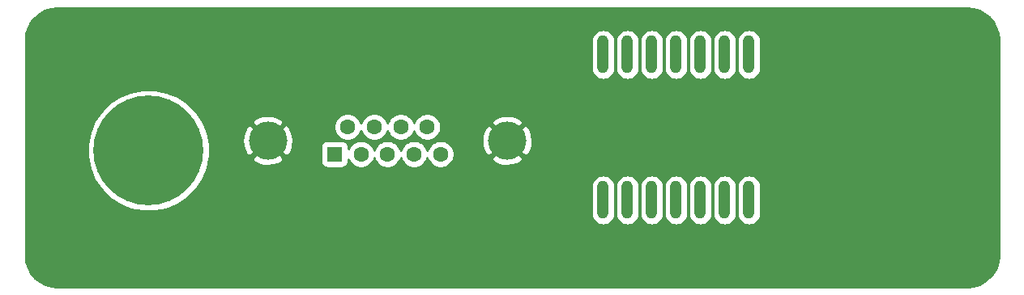
<source format=gbl>
G04 #@! TF.GenerationSoftware,KiCad,Pcbnew,(5.1.5-0)*
G04 #@! TF.CreationDate,2021-02-07T07:37:12-07:00*
G04 #@! TF.ProjectId,back_v4,6261636b-5f76-4342-9e6b-696361645f70,rev?*
G04 #@! TF.SameCoordinates,Original*
G04 #@! TF.FileFunction,Copper,L2,Bot*
G04 #@! TF.FilePolarity,Positive*
%FSLAX46Y46*%
G04 Gerber Fmt 4.6, Leading zero omitted, Abs format (unit mm)*
G04 Created by KiCad (PCBNEW (5.1.5-0)) date 2021-02-07 07:37:12*
%MOMM*%
%LPD*%
G04 APERTURE LIST*
%ADD10C,11.500000*%
%ADD11O,1.200000X4.000000*%
%ADD12C,4.000000*%
%ADD13C,1.600000*%
%ADD14R,1.600000X1.600000*%
%ADD15C,5.800000*%
%ADD16C,0.254000*%
G04 APERTURE END LIST*
D10*
X109565000Y-111615000D03*
D11*
X157080000Y-116820000D03*
X157080000Y-101580000D03*
X159620000Y-116820000D03*
X159620000Y-101580000D03*
X162160000Y-116820000D03*
X162160000Y-101580000D03*
X164700000Y-116820000D03*
X164700000Y-101580000D03*
X167240000Y-116820000D03*
X167240000Y-101580000D03*
X169780000Y-116820000D03*
X169780000Y-101580000D03*
X172320000Y-116820000D03*
X172320000Y-101580000D03*
D12*
X147040000Y-110580000D03*
X122040000Y-110580000D03*
D13*
X138695000Y-109160000D03*
X135925000Y-109160000D03*
X133155000Y-109160000D03*
X130385000Y-109160000D03*
X140080000Y-112000000D03*
X137310000Y-112000000D03*
X134540000Y-112000000D03*
X131770000Y-112000000D03*
D14*
X129000000Y-112000000D03*
D15*
X100000000Y-100000000D03*
X100000000Y-122630000D03*
X195130000Y-100000000D03*
X195130000Y-122630000D03*
D16*
G36*
X195765502Y-96790476D02*
G01*
X196376802Y-96975039D01*
X196940603Y-97274817D01*
X197435445Y-97678399D01*
X197842474Y-98170412D01*
X198146184Y-98732112D01*
X198335008Y-99342104D01*
X198405000Y-100008036D01*
X198405001Y-122597712D01*
X198339524Y-123265501D01*
X198154962Y-123876800D01*
X197855183Y-124440603D01*
X197451598Y-124935447D01*
X196959587Y-125342474D01*
X196397888Y-125646184D01*
X195787896Y-125835008D01*
X195121964Y-125905000D01*
X100032278Y-125905000D01*
X99364499Y-125839524D01*
X98753200Y-125654962D01*
X98189397Y-125355183D01*
X97694553Y-124951598D01*
X97287526Y-124459587D01*
X96983816Y-123897888D01*
X96794992Y-123287896D01*
X96725000Y-122621964D01*
X96725000Y-118280664D01*
X155845000Y-118280664D01*
X155862870Y-118462101D01*
X155933489Y-118694900D01*
X156048167Y-118909448D01*
X156202498Y-119097502D01*
X156390551Y-119251833D01*
X156605099Y-119366511D01*
X156837898Y-119437130D01*
X157080000Y-119460975D01*
X157322101Y-119437130D01*
X157554900Y-119366511D01*
X157769448Y-119251833D01*
X157957502Y-119097502D01*
X158111833Y-118909449D01*
X158226511Y-118694901D01*
X158297130Y-118462102D01*
X158315000Y-118280665D01*
X158315000Y-118280664D01*
X158385000Y-118280664D01*
X158402870Y-118462101D01*
X158473489Y-118694900D01*
X158588167Y-118909448D01*
X158742498Y-119097502D01*
X158930551Y-119251833D01*
X159145099Y-119366511D01*
X159377898Y-119437130D01*
X159620000Y-119460975D01*
X159862101Y-119437130D01*
X160094900Y-119366511D01*
X160309448Y-119251833D01*
X160497502Y-119097502D01*
X160651833Y-118909449D01*
X160766511Y-118694901D01*
X160837130Y-118462102D01*
X160855000Y-118280665D01*
X160855000Y-118280664D01*
X160925000Y-118280664D01*
X160942870Y-118462101D01*
X161013489Y-118694900D01*
X161128167Y-118909448D01*
X161282498Y-119097502D01*
X161470551Y-119251833D01*
X161685099Y-119366511D01*
X161917898Y-119437130D01*
X162160000Y-119460975D01*
X162402101Y-119437130D01*
X162634900Y-119366511D01*
X162849448Y-119251833D01*
X163037502Y-119097502D01*
X163191833Y-118909449D01*
X163306511Y-118694901D01*
X163377130Y-118462102D01*
X163395000Y-118280665D01*
X163395000Y-118280664D01*
X163465000Y-118280664D01*
X163482870Y-118462101D01*
X163553489Y-118694900D01*
X163668167Y-118909448D01*
X163822498Y-119097502D01*
X164010551Y-119251833D01*
X164225099Y-119366511D01*
X164457898Y-119437130D01*
X164700000Y-119460975D01*
X164942101Y-119437130D01*
X165174900Y-119366511D01*
X165389448Y-119251833D01*
X165577502Y-119097502D01*
X165731833Y-118909449D01*
X165846511Y-118694901D01*
X165917130Y-118462102D01*
X165935000Y-118280665D01*
X165935000Y-118280664D01*
X166005000Y-118280664D01*
X166022870Y-118462101D01*
X166093489Y-118694900D01*
X166208167Y-118909448D01*
X166362498Y-119097502D01*
X166550551Y-119251833D01*
X166765099Y-119366511D01*
X166997898Y-119437130D01*
X167240000Y-119460975D01*
X167482101Y-119437130D01*
X167714900Y-119366511D01*
X167929448Y-119251833D01*
X168117502Y-119097502D01*
X168271833Y-118909449D01*
X168386511Y-118694901D01*
X168457130Y-118462102D01*
X168475000Y-118280665D01*
X168475000Y-118280664D01*
X168545000Y-118280664D01*
X168562870Y-118462101D01*
X168633489Y-118694900D01*
X168748167Y-118909448D01*
X168902498Y-119097502D01*
X169090551Y-119251833D01*
X169305099Y-119366511D01*
X169537898Y-119437130D01*
X169780000Y-119460975D01*
X170022101Y-119437130D01*
X170254900Y-119366511D01*
X170469448Y-119251833D01*
X170657502Y-119097502D01*
X170811833Y-118909449D01*
X170926511Y-118694901D01*
X170997130Y-118462102D01*
X171015000Y-118280665D01*
X171015000Y-118280664D01*
X171085000Y-118280664D01*
X171102870Y-118462101D01*
X171173489Y-118694900D01*
X171288167Y-118909448D01*
X171442498Y-119097502D01*
X171630551Y-119251833D01*
X171845099Y-119366511D01*
X172077898Y-119437130D01*
X172320000Y-119460975D01*
X172562101Y-119437130D01*
X172794900Y-119366511D01*
X173009448Y-119251833D01*
X173197502Y-119097502D01*
X173351833Y-118909449D01*
X173466511Y-118694901D01*
X173537130Y-118462102D01*
X173555000Y-118280665D01*
X173555000Y-115359335D01*
X173537130Y-115177898D01*
X173466511Y-114945099D01*
X173351833Y-114730551D01*
X173197502Y-114542498D01*
X173009449Y-114388167D01*
X172794901Y-114273489D01*
X172562102Y-114202870D01*
X172320000Y-114179025D01*
X172077899Y-114202870D01*
X171845100Y-114273489D01*
X171630552Y-114388167D01*
X171442499Y-114542498D01*
X171288168Y-114730551D01*
X171173490Y-114945099D01*
X171102871Y-115177898D01*
X171085001Y-115359335D01*
X171085000Y-118280664D01*
X171015000Y-118280664D01*
X171015000Y-115359335D01*
X170997130Y-115177898D01*
X170926511Y-114945099D01*
X170811833Y-114730551D01*
X170657502Y-114542498D01*
X170469449Y-114388167D01*
X170254901Y-114273489D01*
X170022102Y-114202870D01*
X169780000Y-114179025D01*
X169537899Y-114202870D01*
X169305100Y-114273489D01*
X169090552Y-114388167D01*
X168902499Y-114542498D01*
X168748168Y-114730551D01*
X168633490Y-114945099D01*
X168562871Y-115177898D01*
X168545001Y-115359335D01*
X168545000Y-118280664D01*
X168475000Y-118280664D01*
X168475000Y-115359335D01*
X168457130Y-115177898D01*
X168386511Y-114945099D01*
X168271833Y-114730551D01*
X168117502Y-114542498D01*
X167929449Y-114388167D01*
X167714901Y-114273489D01*
X167482102Y-114202870D01*
X167240000Y-114179025D01*
X166997899Y-114202870D01*
X166765100Y-114273489D01*
X166550552Y-114388167D01*
X166362499Y-114542498D01*
X166208168Y-114730551D01*
X166093490Y-114945099D01*
X166022871Y-115177898D01*
X166005001Y-115359335D01*
X166005000Y-118280664D01*
X165935000Y-118280664D01*
X165935000Y-115359335D01*
X165917130Y-115177898D01*
X165846511Y-114945099D01*
X165731833Y-114730551D01*
X165577502Y-114542498D01*
X165389449Y-114388167D01*
X165174901Y-114273489D01*
X164942102Y-114202870D01*
X164700000Y-114179025D01*
X164457899Y-114202870D01*
X164225100Y-114273489D01*
X164010552Y-114388167D01*
X163822499Y-114542498D01*
X163668168Y-114730551D01*
X163553490Y-114945099D01*
X163482871Y-115177898D01*
X163465001Y-115359335D01*
X163465000Y-118280664D01*
X163395000Y-118280664D01*
X163395000Y-115359335D01*
X163377130Y-115177898D01*
X163306511Y-114945099D01*
X163191833Y-114730551D01*
X163037502Y-114542498D01*
X162849449Y-114388167D01*
X162634901Y-114273489D01*
X162402102Y-114202870D01*
X162160000Y-114179025D01*
X161917899Y-114202870D01*
X161685100Y-114273489D01*
X161470552Y-114388167D01*
X161282499Y-114542498D01*
X161128168Y-114730551D01*
X161013490Y-114945099D01*
X160942871Y-115177898D01*
X160925001Y-115359335D01*
X160925000Y-118280664D01*
X160855000Y-118280664D01*
X160855000Y-115359335D01*
X160837130Y-115177898D01*
X160766511Y-114945099D01*
X160651833Y-114730551D01*
X160497502Y-114542498D01*
X160309449Y-114388167D01*
X160094901Y-114273489D01*
X159862102Y-114202870D01*
X159620000Y-114179025D01*
X159377899Y-114202870D01*
X159145100Y-114273489D01*
X158930552Y-114388167D01*
X158742499Y-114542498D01*
X158588168Y-114730551D01*
X158473490Y-114945099D01*
X158402871Y-115177898D01*
X158385001Y-115359335D01*
X158385000Y-118280664D01*
X158315000Y-118280664D01*
X158315000Y-115359335D01*
X158297130Y-115177898D01*
X158226511Y-114945099D01*
X158111833Y-114730551D01*
X157957502Y-114542498D01*
X157769449Y-114388167D01*
X157554901Y-114273489D01*
X157322102Y-114202870D01*
X157080000Y-114179025D01*
X156837899Y-114202870D01*
X156605100Y-114273489D01*
X156390552Y-114388167D01*
X156202499Y-114542498D01*
X156048168Y-114730551D01*
X155933490Y-114945099D01*
X155862871Y-115177898D01*
X155845001Y-115359335D01*
X155845000Y-118280664D01*
X96725000Y-118280664D01*
X96725000Y-110986132D01*
X103180000Y-110986132D01*
X103180000Y-112243868D01*
X103425372Y-113477436D01*
X103906687Y-114639431D01*
X104605447Y-115685200D01*
X105494800Y-116574553D01*
X106540569Y-117273313D01*
X107702564Y-117754628D01*
X108936132Y-118000000D01*
X110193868Y-118000000D01*
X111427436Y-117754628D01*
X112589431Y-117273313D01*
X113635200Y-116574553D01*
X114524553Y-115685200D01*
X115223313Y-114639431D01*
X115704628Y-113477436D01*
X115913473Y-112427499D01*
X120372106Y-112427499D01*
X120588228Y-112794258D01*
X121048105Y-113034938D01*
X121546098Y-113181275D01*
X122063071Y-113227648D01*
X122579159Y-113172273D01*
X123074526Y-113017279D01*
X123491772Y-112794258D01*
X123707894Y-112427499D01*
X122040000Y-110759605D01*
X120372106Y-112427499D01*
X115913473Y-112427499D01*
X115950000Y-112243868D01*
X115950000Y-110986132D01*
X115873805Y-110603071D01*
X119392352Y-110603071D01*
X119447727Y-111119159D01*
X119602721Y-111614526D01*
X119825742Y-112031772D01*
X120192501Y-112247894D01*
X121860395Y-110580000D01*
X122219605Y-110580000D01*
X123887499Y-112247894D01*
X124254258Y-112031772D01*
X124494938Y-111571895D01*
X124604220Y-111200000D01*
X127561928Y-111200000D01*
X127561928Y-112800000D01*
X127574188Y-112924482D01*
X127610498Y-113044180D01*
X127669463Y-113154494D01*
X127748815Y-113251185D01*
X127845506Y-113330537D01*
X127955820Y-113389502D01*
X128075518Y-113425812D01*
X128200000Y-113438072D01*
X129800000Y-113438072D01*
X129924482Y-113425812D01*
X130044180Y-113389502D01*
X130154494Y-113330537D01*
X130251185Y-113251185D01*
X130330537Y-113154494D01*
X130389502Y-113044180D01*
X130425812Y-112924482D01*
X130438072Y-112800000D01*
X130438072Y-112534275D01*
X130498320Y-112679727D01*
X130655363Y-112914759D01*
X130855241Y-113114637D01*
X131090273Y-113271680D01*
X131351426Y-113379853D01*
X131628665Y-113435000D01*
X131911335Y-113435000D01*
X132188574Y-113379853D01*
X132449727Y-113271680D01*
X132684759Y-113114637D01*
X132884637Y-112914759D01*
X133041680Y-112679727D01*
X133149853Y-112418574D01*
X133155000Y-112392699D01*
X133160147Y-112418574D01*
X133268320Y-112679727D01*
X133425363Y-112914759D01*
X133625241Y-113114637D01*
X133860273Y-113271680D01*
X134121426Y-113379853D01*
X134398665Y-113435000D01*
X134681335Y-113435000D01*
X134958574Y-113379853D01*
X135219727Y-113271680D01*
X135454759Y-113114637D01*
X135654637Y-112914759D01*
X135811680Y-112679727D01*
X135919853Y-112418574D01*
X135925000Y-112392699D01*
X135930147Y-112418574D01*
X136038320Y-112679727D01*
X136195363Y-112914759D01*
X136395241Y-113114637D01*
X136630273Y-113271680D01*
X136891426Y-113379853D01*
X137168665Y-113435000D01*
X137451335Y-113435000D01*
X137728574Y-113379853D01*
X137989727Y-113271680D01*
X138224759Y-113114637D01*
X138424637Y-112914759D01*
X138581680Y-112679727D01*
X138689853Y-112418574D01*
X138695000Y-112392699D01*
X138700147Y-112418574D01*
X138808320Y-112679727D01*
X138965363Y-112914759D01*
X139165241Y-113114637D01*
X139400273Y-113271680D01*
X139661426Y-113379853D01*
X139938665Y-113435000D01*
X140221335Y-113435000D01*
X140498574Y-113379853D01*
X140759727Y-113271680D01*
X140994759Y-113114637D01*
X141194637Y-112914759D01*
X141351680Y-112679727D01*
X141456156Y-112427499D01*
X145372106Y-112427499D01*
X145588228Y-112794258D01*
X146048105Y-113034938D01*
X146546098Y-113181275D01*
X147063071Y-113227648D01*
X147579159Y-113172273D01*
X148074526Y-113017279D01*
X148491772Y-112794258D01*
X148707894Y-112427499D01*
X147040000Y-110759605D01*
X145372106Y-112427499D01*
X141456156Y-112427499D01*
X141459853Y-112418574D01*
X141515000Y-112141335D01*
X141515000Y-111858665D01*
X141459853Y-111581426D01*
X141351680Y-111320273D01*
X141194637Y-111085241D01*
X140994759Y-110885363D01*
X140759727Y-110728320D01*
X140498574Y-110620147D01*
X140412729Y-110603071D01*
X144392352Y-110603071D01*
X144447727Y-111119159D01*
X144602721Y-111614526D01*
X144825742Y-112031772D01*
X145192501Y-112247894D01*
X146860395Y-110580000D01*
X147219605Y-110580000D01*
X148887499Y-112247894D01*
X149254258Y-112031772D01*
X149494938Y-111571895D01*
X149641275Y-111073902D01*
X149687648Y-110556929D01*
X149632273Y-110040841D01*
X149477279Y-109545474D01*
X149254258Y-109128228D01*
X148887499Y-108912106D01*
X147219605Y-110580000D01*
X146860395Y-110580000D01*
X145192501Y-108912106D01*
X144825742Y-109128228D01*
X144585062Y-109588105D01*
X144438725Y-110086098D01*
X144392352Y-110603071D01*
X140412729Y-110603071D01*
X140221335Y-110565000D01*
X139938665Y-110565000D01*
X139661426Y-110620147D01*
X139400273Y-110728320D01*
X139165241Y-110885363D01*
X138965363Y-111085241D01*
X138808320Y-111320273D01*
X138700147Y-111581426D01*
X138695000Y-111607301D01*
X138689853Y-111581426D01*
X138581680Y-111320273D01*
X138424637Y-111085241D01*
X138224759Y-110885363D01*
X137989727Y-110728320D01*
X137728574Y-110620147D01*
X137451335Y-110565000D01*
X137168665Y-110565000D01*
X136891426Y-110620147D01*
X136630273Y-110728320D01*
X136395241Y-110885363D01*
X136195363Y-111085241D01*
X136038320Y-111320273D01*
X135930147Y-111581426D01*
X135925000Y-111607301D01*
X135919853Y-111581426D01*
X135811680Y-111320273D01*
X135654637Y-111085241D01*
X135454759Y-110885363D01*
X135219727Y-110728320D01*
X134958574Y-110620147D01*
X134681335Y-110565000D01*
X134398665Y-110565000D01*
X134121426Y-110620147D01*
X133860273Y-110728320D01*
X133625241Y-110885363D01*
X133425363Y-111085241D01*
X133268320Y-111320273D01*
X133160147Y-111581426D01*
X133155000Y-111607301D01*
X133149853Y-111581426D01*
X133041680Y-111320273D01*
X132884637Y-111085241D01*
X132684759Y-110885363D01*
X132449727Y-110728320D01*
X132188574Y-110620147D01*
X131911335Y-110565000D01*
X131628665Y-110565000D01*
X131351426Y-110620147D01*
X131090273Y-110728320D01*
X130855241Y-110885363D01*
X130655363Y-111085241D01*
X130498320Y-111320273D01*
X130438072Y-111465725D01*
X130438072Y-111200000D01*
X130425812Y-111075518D01*
X130389502Y-110955820D01*
X130330537Y-110845506D01*
X130251185Y-110748815D01*
X130154494Y-110669463D01*
X130044180Y-110610498D01*
X129924482Y-110574188D01*
X129800000Y-110561928D01*
X128200000Y-110561928D01*
X128075518Y-110574188D01*
X127955820Y-110610498D01*
X127845506Y-110669463D01*
X127748815Y-110748815D01*
X127669463Y-110845506D01*
X127610498Y-110955820D01*
X127574188Y-111075518D01*
X127561928Y-111200000D01*
X124604220Y-111200000D01*
X124641275Y-111073902D01*
X124687648Y-110556929D01*
X124632273Y-110040841D01*
X124477279Y-109545474D01*
X124254258Y-109128228D01*
X124068330Y-109018665D01*
X128950000Y-109018665D01*
X128950000Y-109301335D01*
X129005147Y-109578574D01*
X129113320Y-109839727D01*
X129270363Y-110074759D01*
X129470241Y-110274637D01*
X129705273Y-110431680D01*
X129966426Y-110539853D01*
X130243665Y-110595000D01*
X130526335Y-110595000D01*
X130803574Y-110539853D01*
X131064727Y-110431680D01*
X131299759Y-110274637D01*
X131499637Y-110074759D01*
X131656680Y-109839727D01*
X131764853Y-109578574D01*
X131770000Y-109552699D01*
X131775147Y-109578574D01*
X131883320Y-109839727D01*
X132040363Y-110074759D01*
X132240241Y-110274637D01*
X132475273Y-110431680D01*
X132736426Y-110539853D01*
X133013665Y-110595000D01*
X133296335Y-110595000D01*
X133573574Y-110539853D01*
X133834727Y-110431680D01*
X134069759Y-110274637D01*
X134269637Y-110074759D01*
X134426680Y-109839727D01*
X134534853Y-109578574D01*
X134540000Y-109552699D01*
X134545147Y-109578574D01*
X134653320Y-109839727D01*
X134810363Y-110074759D01*
X135010241Y-110274637D01*
X135245273Y-110431680D01*
X135506426Y-110539853D01*
X135783665Y-110595000D01*
X136066335Y-110595000D01*
X136343574Y-110539853D01*
X136604727Y-110431680D01*
X136839759Y-110274637D01*
X137039637Y-110074759D01*
X137196680Y-109839727D01*
X137304853Y-109578574D01*
X137310000Y-109552699D01*
X137315147Y-109578574D01*
X137423320Y-109839727D01*
X137580363Y-110074759D01*
X137780241Y-110274637D01*
X138015273Y-110431680D01*
X138276426Y-110539853D01*
X138553665Y-110595000D01*
X138836335Y-110595000D01*
X139113574Y-110539853D01*
X139374727Y-110431680D01*
X139609759Y-110274637D01*
X139809637Y-110074759D01*
X139966680Y-109839727D01*
X140074853Y-109578574D01*
X140130000Y-109301335D01*
X140130000Y-109018665D01*
X140074853Y-108741426D01*
X140071157Y-108732501D01*
X145372106Y-108732501D01*
X147040000Y-110400395D01*
X148707894Y-108732501D01*
X148491772Y-108365742D01*
X148031895Y-108125062D01*
X147533902Y-107978725D01*
X147016929Y-107932352D01*
X146500841Y-107987727D01*
X146005474Y-108142721D01*
X145588228Y-108365742D01*
X145372106Y-108732501D01*
X140071157Y-108732501D01*
X139966680Y-108480273D01*
X139809637Y-108245241D01*
X139609759Y-108045363D01*
X139374727Y-107888320D01*
X139113574Y-107780147D01*
X138836335Y-107725000D01*
X138553665Y-107725000D01*
X138276426Y-107780147D01*
X138015273Y-107888320D01*
X137780241Y-108045363D01*
X137580363Y-108245241D01*
X137423320Y-108480273D01*
X137315147Y-108741426D01*
X137310000Y-108767301D01*
X137304853Y-108741426D01*
X137196680Y-108480273D01*
X137039637Y-108245241D01*
X136839759Y-108045363D01*
X136604727Y-107888320D01*
X136343574Y-107780147D01*
X136066335Y-107725000D01*
X135783665Y-107725000D01*
X135506426Y-107780147D01*
X135245273Y-107888320D01*
X135010241Y-108045363D01*
X134810363Y-108245241D01*
X134653320Y-108480273D01*
X134545147Y-108741426D01*
X134540000Y-108767301D01*
X134534853Y-108741426D01*
X134426680Y-108480273D01*
X134269637Y-108245241D01*
X134069759Y-108045363D01*
X133834727Y-107888320D01*
X133573574Y-107780147D01*
X133296335Y-107725000D01*
X133013665Y-107725000D01*
X132736426Y-107780147D01*
X132475273Y-107888320D01*
X132240241Y-108045363D01*
X132040363Y-108245241D01*
X131883320Y-108480273D01*
X131775147Y-108741426D01*
X131770000Y-108767301D01*
X131764853Y-108741426D01*
X131656680Y-108480273D01*
X131499637Y-108245241D01*
X131299759Y-108045363D01*
X131064727Y-107888320D01*
X130803574Y-107780147D01*
X130526335Y-107725000D01*
X130243665Y-107725000D01*
X129966426Y-107780147D01*
X129705273Y-107888320D01*
X129470241Y-108045363D01*
X129270363Y-108245241D01*
X129113320Y-108480273D01*
X129005147Y-108741426D01*
X128950000Y-109018665D01*
X124068330Y-109018665D01*
X123887499Y-108912106D01*
X122219605Y-110580000D01*
X121860395Y-110580000D01*
X120192501Y-108912106D01*
X119825742Y-109128228D01*
X119585062Y-109588105D01*
X119438725Y-110086098D01*
X119392352Y-110603071D01*
X115873805Y-110603071D01*
X115704628Y-109752564D01*
X115282104Y-108732501D01*
X120372106Y-108732501D01*
X122040000Y-110400395D01*
X123707894Y-108732501D01*
X123491772Y-108365742D01*
X123031895Y-108125062D01*
X122533902Y-107978725D01*
X122016929Y-107932352D01*
X121500841Y-107987727D01*
X121005474Y-108142721D01*
X120588228Y-108365742D01*
X120372106Y-108732501D01*
X115282104Y-108732501D01*
X115223313Y-108590569D01*
X114524553Y-107544800D01*
X113635200Y-106655447D01*
X112589431Y-105956687D01*
X111427436Y-105475372D01*
X110193868Y-105230000D01*
X108936132Y-105230000D01*
X107702564Y-105475372D01*
X106540569Y-105956687D01*
X105494800Y-106655447D01*
X104605447Y-107544800D01*
X103906687Y-108590569D01*
X103425372Y-109752564D01*
X103180000Y-110986132D01*
X96725000Y-110986132D01*
X96725000Y-103040664D01*
X155845000Y-103040664D01*
X155862870Y-103222101D01*
X155933489Y-103454900D01*
X156048167Y-103669448D01*
X156202498Y-103857502D01*
X156390551Y-104011833D01*
X156605099Y-104126511D01*
X156837898Y-104197130D01*
X157080000Y-104220975D01*
X157322101Y-104197130D01*
X157554900Y-104126511D01*
X157769448Y-104011833D01*
X157957502Y-103857502D01*
X158111833Y-103669449D01*
X158226511Y-103454901D01*
X158297130Y-103222102D01*
X158315000Y-103040665D01*
X158315000Y-103040664D01*
X158385000Y-103040664D01*
X158402870Y-103222101D01*
X158473489Y-103454900D01*
X158588167Y-103669448D01*
X158742498Y-103857502D01*
X158930551Y-104011833D01*
X159145099Y-104126511D01*
X159377898Y-104197130D01*
X159620000Y-104220975D01*
X159862101Y-104197130D01*
X160094900Y-104126511D01*
X160309448Y-104011833D01*
X160497502Y-103857502D01*
X160651833Y-103669449D01*
X160766511Y-103454901D01*
X160837130Y-103222102D01*
X160855000Y-103040665D01*
X160855000Y-103040664D01*
X160925000Y-103040664D01*
X160942870Y-103222101D01*
X161013489Y-103454900D01*
X161128167Y-103669448D01*
X161282498Y-103857502D01*
X161470551Y-104011833D01*
X161685099Y-104126511D01*
X161917898Y-104197130D01*
X162160000Y-104220975D01*
X162402101Y-104197130D01*
X162634900Y-104126511D01*
X162849448Y-104011833D01*
X163037502Y-103857502D01*
X163191833Y-103669449D01*
X163306511Y-103454901D01*
X163377130Y-103222102D01*
X163395000Y-103040665D01*
X163395000Y-103040664D01*
X163465000Y-103040664D01*
X163482870Y-103222101D01*
X163553489Y-103454900D01*
X163668167Y-103669448D01*
X163822498Y-103857502D01*
X164010551Y-104011833D01*
X164225099Y-104126511D01*
X164457898Y-104197130D01*
X164700000Y-104220975D01*
X164942101Y-104197130D01*
X165174900Y-104126511D01*
X165389448Y-104011833D01*
X165577502Y-103857502D01*
X165731833Y-103669449D01*
X165846511Y-103454901D01*
X165917130Y-103222102D01*
X165935000Y-103040665D01*
X165935000Y-103040664D01*
X166005000Y-103040664D01*
X166022870Y-103222101D01*
X166093489Y-103454900D01*
X166208167Y-103669448D01*
X166362498Y-103857502D01*
X166550551Y-104011833D01*
X166765099Y-104126511D01*
X166997898Y-104197130D01*
X167240000Y-104220975D01*
X167482101Y-104197130D01*
X167714900Y-104126511D01*
X167929448Y-104011833D01*
X168117502Y-103857502D01*
X168271833Y-103669449D01*
X168386511Y-103454901D01*
X168457130Y-103222102D01*
X168475000Y-103040665D01*
X168475000Y-103040664D01*
X168545000Y-103040664D01*
X168562870Y-103222101D01*
X168633489Y-103454900D01*
X168748167Y-103669448D01*
X168902498Y-103857502D01*
X169090551Y-104011833D01*
X169305099Y-104126511D01*
X169537898Y-104197130D01*
X169780000Y-104220975D01*
X170022101Y-104197130D01*
X170254900Y-104126511D01*
X170469448Y-104011833D01*
X170657502Y-103857502D01*
X170811833Y-103669449D01*
X170926511Y-103454901D01*
X170997130Y-103222102D01*
X171015000Y-103040665D01*
X171015000Y-103040664D01*
X171085000Y-103040664D01*
X171102870Y-103222101D01*
X171173489Y-103454900D01*
X171288167Y-103669448D01*
X171442498Y-103857502D01*
X171630551Y-104011833D01*
X171845099Y-104126511D01*
X172077898Y-104197130D01*
X172320000Y-104220975D01*
X172562101Y-104197130D01*
X172794900Y-104126511D01*
X173009448Y-104011833D01*
X173197502Y-103857502D01*
X173351833Y-103669449D01*
X173466511Y-103454901D01*
X173537130Y-103222102D01*
X173555000Y-103040665D01*
X173555000Y-100119335D01*
X173537130Y-99937898D01*
X173466511Y-99705099D01*
X173351833Y-99490551D01*
X173197502Y-99302498D01*
X173009449Y-99148167D01*
X172794901Y-99033489D01*
X172562102Y-98962870D01*
X172320000Y-98939025D01*
X172077899Y-98962870D01*
X171845100Y-99033489D01*
X171630552Y-99148167D01*
X171442499Y-99302498D01*
X171288168Y-99490551D01*
X171173490Y-99705099D01*
X171102871Y-99937898D01*
X171085001Y-100119335D01*
X171085000Y-103040664D01*
X171015000Y-103040664D01*
X171015000Y-100119335D01*
X170997130Y-99937898D01*
X170926511Y-99705099D01*
X170811833Y-99490551D01*
X170657502Y-99302498D01*
X170469449Y-99148167D01*
X170254901Y-99033489D01*
X170022102Y-98962870D01*
X169780000Y-98939025D01*
X169537899Y-98962870D01*
X169305100Y-99033489D01*
X169090552Y-99148167D01*
X168902499Y-99302498D01*
X168748168Y-99490551D01*
X168633490Y-99705099D01*
X168562871Y-99937898D01*
X168545001Y-100119335D01*
X168545000Y-103040664D01*
X168475000Y-103040664D01*
X168475000Y-100119335D01*
X168457130Y-99937898D01*
X168386511Y-99705099D01*
X168271833Y-99490551D01*
X168117502Y-99302498D01*
X167929449Y-99148167D01*
X167714901Y-99033489D01*
X167482102Y-98962870D01*
X167240000Y-98939025D01*
X166997899Y-98962870D01*
X166765100Y-99033489D01*
X166550552Y-99148167D01*
X166362499Y-99302498D01*
X166208168Y-99490551D01*
X166093490Y-99705099D01*
X166022871Y-99937898D01*
X166005001Y-100119335D01*
X166005000Y-103040664D01*
X165935000Y-103040664D01*
X165935000Y-100119335D01*
X165917130Y-99937898D01*
X165846511Y-99705099D01*
X165731833Y-99490551D01*
X165577502Y-99302498D01*
X165389449Y-99148167D01*
X165174901Y-99033489D01*
X164942102Y-98962870D01*
X164700000Y-98939025D01*
X164457899Y-98962870D01*
X164225100Y-99033489D01*
X164010552Y-99148167D01*
X163822499Y-99302498D01*
X163668168Y-99490551D01*
X163553490Y-99705099D01*
X163482871Y-99937898D01*
X163465001Y-100119335D01*
X163465000Y-103040664D01*
X163395000Y-103040664D01*
X163395000Y-100119335D01*
X163377130Y-99937898D01*
X163306511Y-99705099D01*
X163191833Y-99490551D01*
X163037502Y-99302498D01*
X162849449Y-99148167D01*
X162634901Y-99033489D01*
X162402102Y-98962870D01*
X162160000Y-98939025D01*
X161917899Y-98962870D01*
X161685100Y-99033489D01*
X161470552Y-99148167D01*
X161282499Y-99302498D01*
X161128168Y-99490551D01*
X161013490Y-99705099D01*
X160942871Y-99937898D01*
X160925001Y-100119335D01*
X160925000Y-103040664D01*
X160855000Y-103040664D01*
X160855000Y-100119335D01*
X160837130Y-99937898D01*
X160766511Y-99705099D01*
X160651833Y-99490551D01*
X160497502Y-99302498D01*
X160309449Y-99148167D01*
X160094901Y-99033489D01*
X159862102Y-98962870D01*
X159620000Y-98939025D01*
X159377899Y-98962870D01*
X159145100Y-99033489D01*
X158930552Y-99148167D01*
X158742499Y-99302498D01*
X158588168Y-99490551D01*
X158473490Y-99705099D01*
X158402871Y-99937898D01*
X158385001Y-100119335D01*
X158385000Y-103040664D01*
X158315000Y-103040664D01*
X158315000Y-100119335D01*
X158297130Y-99937898D01*
X158226511Y-99705099D01*
X158111833Y-99490551D01*
X157957502Y-99302498D01*
X157769449Y-99148167D01*
X157554901Y-99033489D01*
X157322102Y-98962870D01*
X157080000Y-98939025D01*
X156837899Y-98962870D01*
X156605100Y-99033489D01*
X156390552Y-99148167D01*
X156202499Y-99302498D01*
X156048168Y-99490551D01*
X155933490Y-99705099D01*
X155862871Y-99937898D01*
X155845001Y-100119335D01*
X155845000Y-103040664D01*
X96725000Y-103040664D01*
X96725000Y-100032278D01*
X96790476Y-99364498D01*
X96975039Y-98753198D01*
X97274817Y-98189397D01*
X97678399Y-97694555D01*
X98170412Y-97287526D01*
X98732112Y-96983816D01*
X99342104Y-96794992D01*
X100008036Y-96725000D01*
X195097722Y-96725000D01*
X195765502Y-96790476D01*
G37*
X195765502Y-96790476D02*
X196376802Y-96975039D01*
X196940603Y-97274817D01*
X197435445Y-97678399D01*
X197842474Y-98170412D01*
X198146184Y-98732112D01*
X198335008Y-99342104D01*
X198405000Y-100008036D01*
X198405001Y-122597712D01*
X198339524Y-123265501D01*
X198154962Y-123876800D01*
X197855183Y-124440603D01*
X197451598Y-124935447D01*
X196959587Y-125342474D01*
X196397888Y-125646184D01*
X195787896Y-125835008D01*
X195121964Y-125905000D01*
X100032278Y-125905000D01*
X99364499Y-125839524D01*
X98753200Y-125654962D01*
X98189397Y-125355183D01*
X97694553Y-124951598D01*
X97287526Y-124459587D01*
X96983816Y-123897888D01*
X96794992Y-123287896D01*
X96725000Y-122621964D01*
X96725000Y-118280664D01*
X155845000Y-118280664D01*
X155862870Y-118462101D01*
X155933489Y-118694900D01*
X156048167Y-118909448D01*
X156202498Y-119097502D01*
X156390551Y-119251833D01*
X156605099Y-119366511D01*
X156837898Y-119437130D01*
X157080000Y-119460975D01*
X157322101Y-119437130D01*
X157554900Y-119366511D01*
X157769448Y-119251833D01*
X157957502Y-119097502D01*
X158111833Y-118909449D01*
X158226511Y-118694901D01*
X158297130Y-118462102D01*
X158315000Y-118280665D01*
X158315000Y-118280664D01*
X158385000Y-118280664D01*
X158402870Y-118462101D01*
X158473489Y-118694900D01*
X158588167Y-118909448D01*
X158742498Y-119097502D01*
X158930551Y-119251833D01*
X159145099Y-119366511D01*
X159377898Y-119437130D01*
X159620000Y-119460975D01*
X159862101Y-119437130D01*
X160094900Y-119366511D01*
X160309448Y-119251833D01*
X160497502Y-119097502D01*
X160651833Y-118909449D01*
X160766511Y-118694901D01*
X160837130Y-118462102D01*
X160855000Y-118280665D01*
X160855000Y-118280664D01*
X160925000Y-118280664D01*
X160942870Y-118462101D01*
X161013489Y-118694900D01*
X161128167Y-118909448D01*
X161282498Y-119097502D01*
X161470551Y-119251833D01*
X161685099Y-119366511D01*
X161917898Y-119437130D01*
X162160000Y-119460975D01*
X162402101Y-119437130D01*
X162634900Y-119366511D01*
X162849448Y-119251833D01*
X163037502Y-119097502D01*
X163191833Y-118909449D01*
X163306511Y-118694901D01*
X163377130Y-118462102D01*
X163395000Y-118280665D01*
X163395000Y-118280664D01*
X163465000Y-118280664D01*
X163482870Y-118462101D01*
X163553489Y-118694900D01*
X163668167Y-118909448D01*
X163822498Y-119097502D01*
X164010551Y-119251833D01*
X164225099Y-119366511D01*
X164457898Y-119437130D01*
X164700000Y-119460975D01*
X164942101Y-119437130D01*
X165174900Y-119366511D01*
X165389448Y-119251833D01*
X165577502Y-119097502D01*
X165731833Y-118909449D01*
X165846511Y-118694901D01*
X165917130Y-118462102D01*
X165935000Y-118280665D01*
X165935000Y-118280664D01*
X166005000Y-118280664D01*
X166022870Y-118462101D01*
X166093489Y-118694900D01*
X166208167Y-118909448D01*
X166362498Y-119097502D01*
X166550551Y-119251833D01*
X166765099Y-119366511D01*
X166997898Y-119437130D01*
X167240000Y-119460975D01*
X167482101Y-119437130D01*
X167714900Y-119366511D01*
X167929448Y-119251833D01*
X168117502Y-119097502D01*
X168271833Y-118909449D01*
X168386511Y-118694901D01*
X168457130Y-118462102D01*
X168475000Y-118280665D01*
X168475000Y-118280664D01*
X168545000Y-118280664D01*
X168562870Y-118462101D01*
X168633489Y-118694900D01*
X168748167Y-118909448D01*
X168902498Y-119097502D01*
X169090551Y-119251833D01*
X169305099Y-119366511D01*
X169537898Y-119437130D01*
X169780000Y-119460975D01*
X170022101Y-119437130D01*
X170254900Y-119366511D01*
X170469448Y-119251833D01*
X170657502Y-119097502D01*
X170811833Y-118909449D01*
X170926511Y-118694901D01*
X170997130Y-118462102D01*
X171015000Y-118280665D01*
X171015000Y-118280664D01*
X171085000Y-118280664D01*
X171102870Y-118462101D01*
X171173489Y-118694900D01*
X171288167Y-118909448D01*
X171442498Y-119097502D01*
X171630551Y-119251833D01*
X171845099Y-119366511D01*
X172077898Y-119437130D01*
X172320000Y-119460975D01*
X172562101Y-119437130D01*
X172794900Y-119366511D01*
X173009448Y-119251833D01*
X173197502Y-119097502D01*
X173351833Y-118909449D01*
X173466511Y-118694901D01*
X173537130Y-118462102D01*
X173555000Y-118280665D01*
X173555000Y-115359335D01*
X173537130Y-115177898D01*
X173466511Y-114945099D01*
X173351833Y-114730551D01*
X173197502Y-114542498D01*
X173009449Y-114388167D01*
X172794901Y-114273489D01*
X172562102Y-114202870D01*
X172320000Y-114179025D01*
X172077899Y-114202870D01*
X171845100Y-114273489D01*
X171630552Y-114388167D01*
X171442499Y-114542498D01*
X171288168Y-114730551D01*
X171173490Y-114945099D01*
X171102871Y-115177898D01*
X171085001Y-115359335D01*
X171085000Y-118280664D01*
X171015000Y-118280664D01*
X171015000Y-115359335D01*
X170997130Y-115177898D01*
X170926511Y-114945099D01*
X170811833Y-114730551D01*
X170657502Y-114542498D01*
X170469449Y-114388167D01*
X170254901Y-114273489D01*
X170022102Y-114202870D01*
X169780000Y-114179025D01*
X169537899Y-114202870D01*
X169305100Y-114273489D01*
X169090552Y-114388167D01*
X168902499Y-114542498D01*
X168748168Y-114730551D01*
X168633490Y-114945099D01*
X168562871Y-115177898D01*
X168545001Y-115359335D01*
X168545000Y-118280664D01*
X168475000Y-118280664D01*
X168475000Y-115359335D01*
X168457130Y-115177898D01*
X168386511Y-114945099D01*
X168271833Y-114730551D01*
X168117502Y-114542498D01*
X167929449Y-114388167D01*
X167714901Y-114273489D01*
X167482102Y-114202870D01*
X167240000Y-114179025D01*
X166997899Y-114202870D01*
X166765100Y-114273489D01*
X166550552Y-114388167D01*
X166362499Y-114542498D01*
X166208168Y-114730551D01*
X166093490Y-114945099D01*
X166022871Y-115177898D01*
X166005001Y-115359335D01*
X166005000Y-118280664D01*
X165935000Y-118280664D01*
X165935000Y-115359335D01*
X165917130Y-115177898D01*
X165846511Y-114945099D01*
X165731833Y-114730551D01*
X165577502Y-114542498D01*
X165389449Y-114388167D01*
X165174901Y-114273489D01*
X164942102Y-114202870D01*
X164700000Y-114179025D01*
X164457899Y-114202870D01*
X164225100Y-114273489D01*
X164010552Y-114388167D01*
X163822499Y-114542498D01*
X163668168Y-114730551D01*
X163553490Y-114945099D01*
X163482871Y-115177898D01*
X163465001Y-115359335D01*
X163465000Y-118280664D01*
X163395000Y-118280664D01*
X163395000Y-115359335D01*
X163377130Y-115177898D01*
X163306511Y-114945099D01*
X163191833Y-114730551D01*
X163037502Y-114542498D01*
X162849449Y-114388167D01*
X162634901Y-114273489D01*
X162402102Y-114202870D01*
X162160000Y-114179025D01*
X161917899Y-114202870D01*
X161685100Y-114273489D01*
X161470552Y-114388167D01*
X161282499Y-114542498D01*
X161128168Y-114730551D01*
X161013490Y-114945099D01*
X160942871Y-115177898D01*
X160925001Y-115359335D01*
X160925000Y-118280664D01*
X160855000Y-118280664D01*
X160855000Y-115359335D01*
X160837130Y-115177898D01*
X160766511Y-114945099D01*
X160651833Y-114730551D01*
X160497502Y-114542498D01*
X160309449Y-114388167D01*
X160094901Y-114273489D01*
X159862102Y-114202870D01*
X159620000Y-114179025D01*
X159377899Y-114202870D01*
X159145100Y-114273489D01*
X158930552Y-114388167D01*
X158742499Y-114542498D01*
X158588168Y-114730551D01*
X158473490Y-114945099D01*
X158402871Y-115177898D01*
X158385001Y-115359335D01*
X158385000Y-118280664D01*
X158315000Y-118280664D01*
X158315000Y-115359335D01*
X158297130Y-115177898D01*
X158226511Y-114945099D01*
X158111833Y-114730551D01*
X157957502Y-114542498D01*
X157769449Y-114388167D01*
X157554901Y-114273489D01*
X157322102Y-114202870D01*
X157080000Y-114179025D01*
X156837899Y-114202870D01*
X156605100Y-114273489D01*
X156390552Y-114388167D01*
X156202499Y-114542498D01*
X156048168Y-114730551D01*
X155933490Y-114945099D01*
X155862871Y-115177898D01*
X155845001Y-115359335D01*
X155845000Y-118280664D01*
X96725000Y-118280664D01*
X96725000Y-110986132D01*
X103180000Y-110986132D01*
X103180000Y-112243868D01*
X103425372Y-113477436D01*
X103906687Y-114639431D01*
X104605447Y-115685200D01*
X105494800Y-116574553D01*
X106540569Y-117273313D01*
X107702564Y-117754628D01*
X108936132Y-118000000D01*
X110193868Y-118000000D01*
X111427436Y-117754628D01*
X112589431Y-117273313D01*
X113635200Y-116574553D01*
X114524553Y-115685200D01*
X115223313Y-114639431D01*
X115704628Y-113477436D01*
X115913473Y-112427499D01*
X120372106Y-112427499D01*
X120588228Y-112794258D01*
X121048105Y-113034938D01*
X121546098Y-113181275D01*
X122063071Y-113227648D01*
X122579159Y-113172273D01*
X123074526Y-113017279D01*
X123491772Y-112794258D01*
X123707894Y-112427499D01*
X122040000Y-110759605D01*
X120372106Y-112427499D01*
X115913473Y-112427499D01*
X115950000Y-112243868D01*
X115950000Y-110986132D01*
X115873805Y-110603071D01*
X119392352Y-110603071D01*
X119447727Y-111119159D01*
X119602721Y-111614526D01*
X119825742Y-112031772D01*
X120192501Y-112247894D01*
X121860395Y-110580000D01*
X122219605Y-110580000D01*
X123887499Y-112247894D01*
X124254258Y-112031772D01*
X124494938Y-111571895D01*
X124604220Y-111200000D01*
X127561928Y-111200000D01*
X127561928Y-112800000D01*
X127574188Y-112924482D01*
X127610498Y-113044180D01*
X127669463Y-113154494D01*
X127748815Y-113251185D01*
X127845506Y-113330537D01*
X127955820Y-113389502D01*
X128075518Y-113425812D01*
X128200000Y-113438072D01*
X129800000Y-113438072D01*
X129924482Y-113425812D01*
X130044180Y-113389502D01*
X130154494Y-113330537D01*
X130251185Y-113251185D01*
X130330537Y-113154494D01*
X130389502Y-113044180D01*
X130425812Y-112924482D01*
X130438072Y-112800000D01*
X130438072Y-112534275D01*
X130498320Y-112679727D01*
X130655363Y-112914759D01*
X130855241Y-113114637D01*
X131090273Y-113271680D01*
X131351426Y-113379853D01*
X131628665Y-113435000D01*
X131911335Y-113435000D01*
X132188574Y-113379853D01*
X132449727Y-113271680D01*
X132684759Y-113114637D01*
X132884637Y-112914759D01*
X133041680Y-112679727D01*
X133149853Y-112418574D01*
X133155000Y-112392699D01*
X133160147Y-112418574D01*
X133268320Y-112679727D01*
X133425363Y-112914759D01*
X133625241Y-113114637D01*
X133860273Y-113271680D01*
X134121426Y-113379853D01*
X134398665Y-113435000D01*
X134681335Y-113435000D01*
X134958574Y-113379853D01*
X135219727Y-113271680D01*
X135454759Y-113114637D01*
X135654637Y-112914759D01*
X135811680Y-112679727D01*
X135919853Y-112418574D01*
X135925000Y-112392699D01*
X135930147Y-112418574D01*
X136038320Y-112679727D01*
X136195363Y-112914759D01*
X136395241Y-113114637D01*
X136630273Y-113271680D01*
X136891426Y-113379853D01*
X137168665Y-113435000D01*
X137451335Y-113435000D01*
X137728574Y-113379853D01*
X137989727Y-113271680D01*
X138224759Y-113114637D01*
X138424637Y-112914759D01*
X138581680Y-112679727D01*
X138689853Y-112418574D01*
X138695000Y-112392699D01*
X138700147Y-112418574D01*
X138808320Y-112679727D01*
X138965363Y-112914759D01*
X139165241Y-113114637D01*
X139400273Y-113271680D01*
X139661426Y-113379853D01*
X139938665Y-113435000D01*
X140221335Y-113435000D01*
X140498574Y-113379853D01*
X140759727Y-113271680D01*
X140994759Y-113114637D01*
X141194637Y-112914759D01*
X141351680Y-112679727D01*
X141456156Y-112427499D01*
X145372106Y-112427499D01*
X145588228Y-112794258D01*
X146048105Y-113034938D01*
X146546098Y-113181275D01*
X147063071Y-113227648D01*
X147579159Y-113172273D01*
X148074526Y-113017279D01*
X148491772Y-112794258D01*
X148707894Y-112427499D01*
X147040000Y-110759605D01*
X145372106Y-112427499D01*
X141456156Y-112427499D01*
X141459853Y-112418574D01*
X141515000Y-112141335D01*
X141515000Y-111858665D01*
X141459853Y-111581426D01*
X141351680Y-111320273D01*
X141194637Y-111085241D01*
X140994759Y-110885363D01*
X140759727Y-110728320D01*
X140498574Y-110620147D01*
X140412729Y-110603071D01*
X144392352Y-110603071D01*
X144447727Y-111119159D01*
X144602721Y-111614526D01*
X144825742Y-112031772D01*
X145192501Y-112247894D01*
X146860395Y-110580000D01*
X147219605Y-110580000D01*
X148887499Y-112247894D01*
X149254258Y-112031772D01*
X149494938Y-111571895D01*
X149641275Y-111073902D01*
X149687648Y-110556929D01*
X149632273Y-110040841D01*
X149477279Y-109545474D01*
X149254258Y-109128228D01*
X148887499Y-108912106D01*
X147219605Y-110580000D01*
X146860395Y-110580000D01*
X145192501Y-108912106D01*
X144825742Y-109128228D01*
X144585062Y-109588105D01*
X144438725Y-110086098D01*
X144392352Y-110603071D01*
X140412729Y-110603071D01*
X140221335Y-110565000D01*
X139938665Y-110565000D01*
X139661426Y-110620147D01*
X139400273Y-110728320D01*
X139165241Y-110885363D01*
X138965363Y-111085241D01*
X138808320Y-111320273D01*
X138700147Y-111581426D01*
X138695000Y-111607301D01*
X138689853Y-111581426D01*
X138581680Y-111320273D01*
X138424637Y-111085241D01*
X138224759Y-110885363D01*
X137989727Y-110728320D01*
X137728574Y-110620147D01*
X137451335Y-110565000D01*
X137168665Y-110565000D01*
X136891426Y-110620147D01*
X136630273Y-110728320D01*
X136395241Y-110885363D01*
X136195363Y-111085241D01*
X136038320Y-111320273D01*
X135930147Y-111581426D01*
X135925000Y-111607301D01*
X135919853Y-111581426D01*
X135811680Y-111320273D01*
X135654637Y-111085241D01*
X135454759Y-110885363D01*
X135219727Y-110728320D01*
X134958574Y-110620147D01*
X134681335Y-110565000D01*
X134398665Y-110565000D01*
X134121426Y-110620147D01*
X133860273Y-110728320D01*
X133625241Y-110885363D01*
X133425363Y-111085241D01*
X133268320Y-111320273D01*
X133160147Y-111581426D01*
X133155000Y-111607301D01*
X133149853Y-111581426D01*
X133041680Y-111320273D01*
X132884637Y-111085241D01*
X132684759Y-110885363D01*
X132449727Y-110728320D01*
X132188574Y-110620147D01*
X131911335Y-110565000D01*
X131628665Y-110565000D01*
X131351426Y-110620147D01*
X131090273Y-110728320D01*
X130855241Y-110885363D01*
X130655363Y-111085241D01*
X130498320Y-111320273D01*
X130438072Y-111465725D01*
X130438072Y-111200000D01*
X130425812Y-111075518D01*
X130389502Y-110955820D01*
X130330537Y-110845506D01*
X130251185Y-110748815D01*
X130154494Y-110669463D01*
X130044180Y-110610498D01*
X129924482Y-110574188D01*
X129800000Y-110561928D01*
X128200000Y-110561928D01*
X128075518Y-110574188D01*
X127955820Y-110610498D01*
X127845506Y-110669463D01*
X127748815Y-110748815D01*
X127669463Y-110845506D01*
X127610498Y-110955820D01*
X127574188Y-111075518D01*
X127561928Y-111200000D01*
X124604220Y-111200000D01*
X124641275Y-111073902D01*
X124687648Y-110556929D01*
X124632273Y-110040841D01*
X124477279Y-109545474D01*
X124254258Y-109128228D01*
X124068330Y-109018665D01*
X128950000Y-109018665D01*
X128950000Y-109301335D01*
X129005147Y-109578574D01*
X129113320Y-109839727D01*
X129270363Y-110074759D01*
X129470241Y-110274637D01*
X129705273Y-110431680D01*
X129966426Y-110539853D01*
X130243665Y-110595000D01*
X130526335Y-110595000D01*
X130803574Y-110539853D01*
X131064727Y-110431680D01*
X131299759Y-110274637D01*
X131499637Y-110074759D01*
X131656680Y-109839727D01*
X131764853Y-109578574D01*
X131770000Y-109552699D01*
X131775147Y-109578574D01*
X131883320Y-109839727D01*
X132040363Y-110074759D01*
X132240241Y-110274637D01*
X132475273Y-110431680D01*
X132736426Y-110539853D01*
X133013665Y-110595000D01*
X133296335Y-110595000D01*
X133573574Y-110539853D01*
X133834727Y-110431680D01*
X134069759Y-110274637D01*
X134269637Y-110074759D01*
X134426680Y-109839727D01*
X134534853Y-109578574D01*
X134540000Y-109552699D01*
X134545147Y-109578574D01*
X134653320Y-109839727D01*
X134810363Y-110074759D01*
X135010241Y-110274637D01*
X135245273Y-110431680D01*
X135506426Y-110539853D01*
X135783665Y-110595000D01*
X136066335Y-110595000D01*
X136343574Y-110539853D01*
X136604727Y-110431680D01*
X136839759Y-110274637D01*
X137039637Y-110074759D01*
X137196680Y-109839727D01*
X137304853Y-109578574D01*
X137310000Y-109552699D01*
X137315147Y-109578574D01*
X137423320Y-109839727D01*
X137580363Y-110074759D01*
X137780241Y-110274637D01*
X138015273Y-110431680D01*
X138276426Y-110539853D01*
X138553665Y-110595000D01*
X138836335Y-110595000D01*
X139113574Y-110539853D01*
X139374727Y-110431680D01*
X139609759Y-110274637D01*
X139809637Y-110074759D01*
X139966680Y-109839727D01*
X140074853Y-109578574D01*
X140130000Y-109301335D01*
X140130000Y-109018665D01*
X140074853Y-108741426D01*
X140071157Y-108732501D01*
X145372106Y-108732501D01*
X147040000Y-110400395D01*
X148707894Y-108732501D01*
X148491772Y-108365742D01*
X148031895Y-108125062D01*
X147533902Y-107978725D01*
X147016929Y-107932352D01*
X146500841Y-107987727D01*
X146005474Y-108142721D01*
X145588228Y-108365742D01*
X145372106Y-108732501D01*
X140071157Y-108732501D01*
X139966680Y-108480273D01*
X139809637Y-108245241D01*
X139609759Y-108045363D01*
X139374727Y-107888320D01*
X139113574Y-107780147D01*
X138836335Y-107725000D01*
X138553665Y-107725000D01*
X138276426Y-107780147D01*
X138015273Y-107888320D01*
X137780241Y-108045363D01*
X137580363Y-108245241D01*
X137423320Y-108480273D01*
X137315147Y-108741426D01*
X137310000Y-108767301D01*
X137304853Y-108741426D01*
X137196680Y-108480273D01*
X137039637Y-108245241D01*
X136839759Y-108045363D01*
X136604727Y-107888320D01*
X136343574Y-107780147D01*
X136066335Y-107725000D01*
X135783665Y-107725000D01*
X135506426Y-107780147D01*
X135245273Y-107888320D01*
X135010241Y-108045363D01*
X134810363Y-108245241D01*
X134653320Y-108480273D01*
X134545147Y-108741426D01*
X134540000Y-108767301D01*
X134534853Y-108741426D01*
X134426680Y-108480273D01*
X134269637Y-108245241D01*
X134069759Y-108045363D01*
X133834727Y-107888320D01*
X133573574Y-107780147D01*
X133296335Y-107725000D01*
X133013665Y-107725000D01*
X132736426Y-107780147D01*
X132475273Y-107888320D01*
X132240241Y-108045363D01*
X132040363Y-108245241D01*
X131883320Y-108480273D01*
X131775147Y-108741426D01*
X131770000Y-108767301D01*
X131764853Y-108741426D01*
X131656680Y-108480273D01*
X131499637Y-108245241D01*
X131299759Y-108045363D01*
X131064727Y-107888320D01*
X130803574Y-107780147D01*
X130526335Y-107725000D01*
X130243665Y-107725000D01*
X129966426Y-107780147D01*
X129705273Y-107888320D01*
X129470241Y-108045363D01*
X129270363Y-108245241D01*
X129113320Y-108480273D01*
X129005147Y-108741426D01*
X128950000Y-109018665D01*
X124068330Y-109018665D01*
X123887499Y-108912106D01*
X122219605Y-110580000D01*
X121860395Y-110580000D01*
X120192501Y-108912106D01*
X119825742Y-109128228D01*
X119585062Y-109588105D01*
X119438725Y-110086098D01*
X119392352Y-110603071D01*
X115873805Y-110603071D01*
X115704628Y-109752564D01*
X115282104Y-108732501D01*
X120372106Y-108732501D01*
X122040000Y-110400395D01*
X123707894Y-108732501D01*
X123491772Y-108365742D01*
X123031895Y-108125062D01*
X122533902Y-107978725D01*
X122016929Y-107932352D01*
X121500841Y-107987727D01*
X121005474Y-108142721D01*
X120588228Y-108365742D01*
X120372106Y-108732501D01*
X115282104Y-108732501D01*
X115223313Y-108590569D01*
X114524553Y-107544800D01*
X113635200Y-106655447D01*
X112589431Y-105956687D01*
X111427436Y-105475372D01*
X110193868Y-105230000D01*
X108936132Y-105230000D01*
X107702564Y-105475372D01*
X106540569Y-105956687D01*
X105494800Y-106655447D01*
X104605447Y-107544800D01*
X103906687Y-108590569D01*
X103425372Y-109752564D01*
X103180000Y-110986132D01*
X96725000Y-110986132D01*
X96725000Y-103040664D01*
X155845000Y-103040664D01*
X155862870Y-103222101D01*
X155933489Y-103454900D01*
X156048167Y-103669448D01*
X156202498Y-103857502D01*
X156390551Y-104011833D01*
X156605099Y-104126511D01*
X156837898Y-104197130D01*
X157080000Y-104220975D01*
X157322101Y-104197130D01*
X157554900Y-104126511D01*
X157769448Y-104011833D01*
X157957502Y-103857502D01*
X158111833Y-103669449D01*
X158226511Y-103454901D01*
X158297130Y-103222102D01*
X158315000Y-103040665D01*
X158315000Y-103040664D01*
X158385000Y-103040664D01*
X158402870Y-103222101D01*
X158473489Y-103454900D01*
X158588167Y-103669448D01*
X158742498Y-103857502D01*
X158930551Y-104011833D01*
X159145099Y-104126511D01*
X159377898Y-104197130D01*
X159620000Y-104220975D01*
X159862101Y-104197130D01*
X160094900Y-104126511D01*
X160309448Y-104011833D01*
X160497502Y-103857502D01*
X160651833Y-103669449D01*
X160766511Y-103454901D01*
X160837130Y-103222102D01*
X160855000Y-103040665D01*
X160855000Y-103040664D01*
X160925000Y-103040664D01*
X160942870Y-103222101D01*
X161013489Y-103454900D01*
X161128167Y-103669448D01*
X161282498Y-103857502D01*
X161470551Y-104011833D01*
X161685099Y-104126511D01*
X161917898Y-104197130D01*
X162160000Y-104220975D01*
X162402101Y-104197130D01*
X162634900Y-104126511D01*
X162849448Y-104011833D01*
X163037502Y-103857502D01*
X163191833Y-103669449D01*
X163306511Y-103454901D01*
X163377130Y-103222102D01*
X163395000Y-103040665D01*
X163395000Y-103040664D01*
X163465000Y-103040664D01*
X163482870Y-103222101D01*
X163553489Y-103454900D01*
X163668167Y-103669448D01*
X163822498Y-103857502D01*
X164010551Y-104011833D01*
X164225099Y-104126511D01*
X164457898Y-104197130D01*
X164700000Y-104220975D01*
X164942101Y-104197130D01*
X165174900Y-104126511D01*
X165389448Y-104011833D01*
X165577502Y-103857502D01*
X165731833Y-103669449D01*
X165846511Y-103454901D01*
X165917130Y-103222102D01*
X165935000Y-103040665D01*
X165935000Y-103040664D01*
X166005000Y-103040664D01*
X166022870Y-103222101D01*
X166093489Y-103454900D01*
X166208167Y-103669448D01*
X166362498Y-103857502D01*
X166550551Y-104011833D01*
X166765099Y-104126511D01*
X166997898Y-104197130D01*
X167240000Y-104220975D01*
X167482101Y-104197130D01*
X167714900Y-104126511D01*
X167929448Y-104011833D01*
X168117502Y-103857502D01*
X168271833Y-103669449D01*
X168386511Y-103454901D01*
X168457130Y-103222102D01*
X168475000Y-103040665D01*
X168475000Y-103040664D01*
X168545000Y-103040664D01*
X168562870Y-103222101D01*
X168633489Y-103454900D01*
X168748167Y-103669448D01*
X168902498Y-103857502D01*
X169090551Y-104011833D01*
X169305099Y-104126511D01*
X169537898Y-104197130D01*
X169780000Y-104220975D01*
X170022101Y-104197130D01*
X170254900Y-104126511D01*
X170469448Y-104011833D01*
X170657502Y-103857502D01*
X170811833Y-103669449D01*
X170926511Y-103454901D01*
X170997130Y-103222102D01*
X171015000Y-103040665D01*
X171015000Y-103040664D01*
X171085000Y-103040664D01*
X171102870Y-103222101D01*
X171173489Y-103454900D01*
X171288167Y-103669448D01*
X171442498Y-103857502D01*
X171630551Y-104011833D01*
X171845099Y-104126511D01*
X172077898Y-104197130D01*
X172320000Y-104220975D01*
X172562101Y-104197130D01*
X172794900Y-104126511D01*
X173009448Y-104011833D01*
X173197502Y-103857502D01*
X173351833Y-103669449D01*
X173466511Y-103454901D01*
X173537130Y-103222102D01*
X173555000Y-103040665D01*
X173555000Y-100119335D01*
X173537130Y-99937898D01*
X173466511Y-99705099D01*
X173351833Y-99490551D01*
X173197502Y-99302498D01*
X173009449Y-99148167D01*
X172794901Y-99033489D01*
X172562102Y-98962870D01*
X172320000Y-98939025D01*
X172077899Y-98962870D01*
X171845100Y-99033489D01*
X171630552Y-99148167D01*
X171442499Y-99302498D01*
X171288168Y-99490551D01*
X171173490Y-99705099D01*
X171102871Y-99937898D01*
X171085001Y-100119335D01*
X171085000Y-103040664D01*
X171015000Y-103040664D01*
X171015000Y-100119335D01*
X170997130Y-99937898D01*
X170926511Y-99705099D01*
X170811833Y-99490551D01*
X170657502Y-99302498D01*
X170469449Y-99148167D01*
X170254901Y-99033489D01*
X170022102Y-98962870D01*
X169780000Y-98939025D01*
X169537899Y-98962870D01*
X169305100Y-99033489D01*
X169090552Y-99148167D01*
X168902499Y-99302498D01*
X168748168Y-99490551D01*
X168633490Y-99705099D01*
X168562871Y-99937898D01*
X168545001Y-100119335D01*
X168545000Y-103040664D01*
X168475000Y-103040664D01*
X168475000Y-100119335D01*
X168457130Y-99937898D01*
X168386511Y-99705099D01*
X168271833Y-99490551D01*
X168117502Y-99302498D01*
X167929449Y-99148167D01*
X167714901Y-99033489D01*
X167482102Y-98962870D01*
X167240000Y-98939025D01*
X166997899Y-98962870D01*
X166765100Y-99033489D01*
X166550552Y-99148167D01*
X166362499Y-99302498D01*
X166208168Y-99490551D01*
X166093490Y-99705099D01*
X166022871Y-99937898D01*
X166005001Y-100119335D01*
X166005000Y-103040664D01*
X165935000Y-103040664D01*
X165935000Y-100119335D01*
X165917130Y-99937898D01*
X165846511Y-99705099D01*
X165731833Y-99490551D01*
X165577502Y-99302498D01*
X165389449Y-99148167D01*
X165174901Y-99033489D01*
X164942102Y-98962870D01*
X164700000Y-98939025D01*
X164457899Y-98962870D01*
X164225100Y-99033489D01*
X164010552Y-99148167D01*
X163822499Y-99302498D01*
X163668168Y-99490551D01*
X163553490Y-99705099D01*
X163482871Y-99937898D01*
X163465001Y-100119335D01*
X163465000Y-103040664D01*
X163395000Y-103040664D01*
X163395000Y-100119335D01*
X163377130Y-99937898D01*
X163306511Y-99705099D01*
X163191833Y-99490551D01*
X163037502Y-99302498D01*
X162849449Y-99148167D01*
X162634901Y-99033489D01*
X162402102Y-98962870D01*
X162160000Y-98939025D01*
X161917899Y-98962870D01*
X161685100Y-99033489D01*
X161470552Y-99148167D01*
X161282499Y-99302498D01*
X161128168Y-99490551D01*
X161013490Y-99705099D01*
X160942871Y-99937898D01*
X160925001Y-100119335D01*
X160925000Y-103040664D01*
X160855000Y-103040664D01*
X160855000Y-100119335D01*
X160837130Y-99937898D01*
X160766511Y-99705099D01*
X160651833Y-99490551D01*
X160497502Y-99302498D01*
X160309449Y-99148167D01*
X160094901Y-99033489D01*
X159862102Y-98962870D01*
X159620000Y-98939025D01*
X159377899Y-98962870D01*
X159145100Y-99033489D01*
X158930552Y-99148167D01*
X158742499Y-99302498D01*
X158588168Y-99490551D01*
X158473490Y-99705099D01*
X158402871Y-99937898D01*
X158385001Y-100119335D01*
X158385000Y-103040664D01*
X158315000Y-103040664D01*
X158315000Y-100119335D01*
X158297130Y-99937898D01*
X158226511Y-99705099D01*
X158111833Y-99490551D01*
X157957502Y-99302498D01*
X157769449Y-99148167D01*
X157554901Y-99033489D01*
X157322102Y-98962870D01*
X157080000Y-98939025D01*
X156837899Y-98962870D01*
X156605100Y-99033489D01*
X156390552Y-99148167D01*
X156202499Y-99302498D01*
X156048168Y-99490551D01*
X155933490Y-99705099D01*
X155862871Y-99937898D01*
X155845001Y-100119335D01*
X155845000Y-103040664D01*
X96725000Y-103040664D01*
X96725000Y-100032278D01*
X96790476Y-99364498D01*
X96975039Y-98753198D01*
X97274817Y-98189397D01*
X97678399Y-97694555D01*
X98170412Y-97287526D01*
X98732112Y-96983816D01*
X99342104Y-96794992D01*
X100008036Y-96725000D01*
X195097722Y-96725000D01*
X195765502Y-96790476D01*
M02*

</source>
